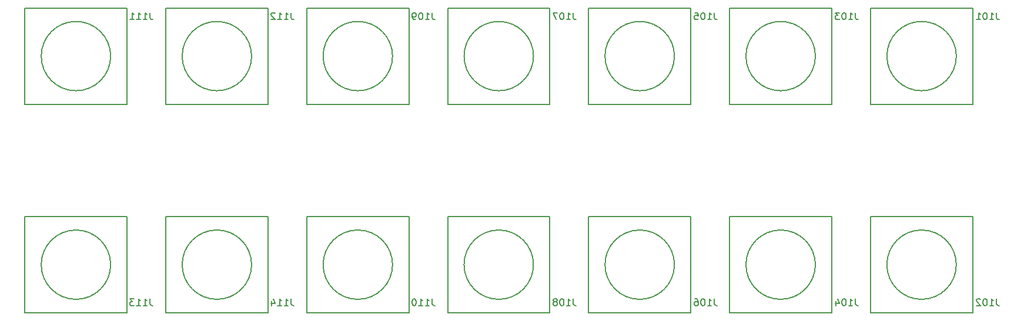
<source format=gbo>
G04 #@! TF.FileFunction,Legend,Bot*
%FSLAX46Y46*%
G04 Gerber Fmt 4.6, Leading zero omitted, Abs format (unit mm)*
G04 Created by KiCad (PCBNEW 4.0.4+e1-6308~48~ubuntu15.10.1-stable) date Fri Oct 20 15:41:00 2017*
%MOMM*%
%LPD*%
G01*
G04 APERTURE LIST*
%ADD10C,0.100000*%
%ADD11C,0.150000*%
G04 APERTURE END LIST*
D10*
D11*
X215185000Y-99695000D02*
G75*
G03X215185000Y-99695000I-5000000J0D01*
G01*
X202835000Y-92745000D02*
X202835000Y-106645000D01*
X217535000Y-106645000D02*
X202835000Y-106645000D01*
X217535000Y-92745000D02*
X217535000Y-106645000D01*
X217535000Y-92745000D02*
X202835000Y-92745000D01*
X215185000Y-129785000D02*
G75*
G03X215185000Y-129785000I-5000000J0D01*
G01*
X202835000Y-122835000D02*
X202835000Y-136735000D01*
X217535000Y-136735000D02*
X202835000Y-136735000D01*
X217535000Y-122835000D02*
X217535000Y-136735000D01*
X217535000Y-122835000D02*
X202835000Y-122835000D01*
X194885000Y-99695000D02*
G75*
G03X194885000Y-99695000I-5000000J0D01*
G01*
X182535000Y-92745000D02*
X182535000Y-106645000D01*
X197235000Y-106645000D02*
X182535000Y-106645000D01*
X197235000Y-92745000D02*
X197235000Y-106645000D01*
X197235000Y-92745000D02*
X182535000Y-92745000D01*
X194885000Y-129785000D02*
G75*
G03X194885000Y-129785000I-5000000J0D01*
G01*
X182535000Y-122835000D02*
X182535000Y-136735000D01*
X197235000Y-136735000D02*
X182535000Y-136735000D01*
X197235000Y-122835000D02*
X197235000Y-136735000D01*
X197235000Y-122835000D02*
X182535000Y-122835000D01*
X174585000Y-99695000D02*
G75*
G03X174585000Y-99695000I-5000000J0D01*
G01*
X162235000Y-92745000D02*
X162235000Y-106645000D01*
X176935000Y-106645000D02*
X162235000Y-106645000D01*
X176935000Y-92745000D02*
X176935000Y-106645000D01*
X176935000Y-92745000D02*
X162235000Y-92745000D01*
X174585000Y-129785000D02*
G75*
G03X174585000Y-129785000I-5000000J0D01*
G01*
X162235000Y-122835000D02*
X162235000Y-136735000D01*
X176935000Y-136735000D02*
X162235000Y-136735000D01*
X176935000Y-122835000D02*
X176935000Y-136735000D01*
X176935000Y-122835000D02*
X162235000Y-122835000D01*
X154285000Y-99695000D02*
G75*
G03X154285000Y-99695000I-5000000J0D01*
G01*
X141935000Y-92745000D02*
X141935000Y-106645000D01*
X156635000Y-106645000D02*
X141935000Y-106645000D01*
X156635000Y-92745000D02*
X156635000Y-106645000D01*
X156635000Y-92745000D02*
X141935000Y-92745000D01*
X154285000Y-129785000D02*
G75*
G03X154285000Y-129785000I-5000000J0D01*
G01*
X141935000Y-122835000D02*
X141935000Y-136735000D01*
X156635000Y-136735000D02*
X141935000Y-136735000D01*
X156635000Y-122835000D02*
X156635000Y-136735000D01*
X156635000Y-122835000D02*
X141935000Y-122835000D01*
X133985000Y-99695000D02*
G75*
G03X133985000Y-99695000I-5000000J0D01*
G01*
X121635000Y-92745000D02*
X121635000Y-106645000D01*
X136335000Y-106645000D02*
X121635000Y-106645000D01*
X136335000Y-92745000D02*
X136335000Y-106645000D01*
X136335000Y-92745000D02*
X121635000Y-92745000D01*
X133985000Y-129785000D02*
G75*
G03X133985000Y-129785000I-5000000J0D01*
G01*
X121635000Y-122835000D02*
X121635000Y-136735000D01*
X136335000Y-136735000D02*
X121635000Y-136735000D01*
X136335000Y-122835000D02*
X136335000Y-136735000D01*
X136335000Y-122835000D02*
X121635000Y-122835000D01*
X93385000Y-99695000D02*
G75*
G03X93385000Y-99695000I-5000000J0D01*
G01*
X81035000Y-92745000D02*
X81035000Y-106645000D01*
X95735000Y-106645000D02*
X81035000Y-106645000D01*
X95735000Y-92745000D02*
X95735000Y-106645000D01*
X95735000Y-92745000D02*
X81035000Y-92745000D01*
X113685000Y-99695000D02*
G75*
G03X113685000Y-99695000I-5000000J0D01*
G01*
X101335000Y-92745000D02*
X101335000Y-106645000D01*
X116035000Y-106645000D02*
X101335000Y-106645000D01*
X116035000Y-92745000D02*
X116035000Y-106645000D01*
X116035000Y-92745000D02*
X101335000Y-92745000D01*
X93385000Y-129785000D02*
G75*
G03X93385000Y-129785000I-5000000J0D01*
G01*
X81035000Y-122835000D02*
X81035000Y-136735000D01*
X95735000Y-136735000D02*
X81035000Y-136735000D01*
X95735000Y-122835000D02*
X95735000Y-136735000D01*
X95735000Y-122835000D02*
X81035000Y-122835000D01*
X113685000Y-129785000D02*
G75*
G03X113685000Y-129785000I-5000000J0D01*
G01*
X101335000Y-122835000D02*
X101335000Y-136735000D01*
X116035000Y-136735000D02*
X101335000Y-136735000D01*
X116035000Y-122835000D02*
X116035000Y-136735000D01*
X116035000Y-122835000D02*
X101335000Y-122835000D01*
X220995714Y-93432381D02*
X220995714Y-94146667D01*
X221043334Y-94289524D01*
X221138572Y-94384762D01*
X221281429Y-94432381D01*
X221376667Y-94432381D01*
X219995714Y-94432381D02*
X220567143Y-94432381D01*
X220281429Y-94432381D02*
X220281429Y-93432381D01*
X220376667Y-93575238D01*
X220471905Y-93670476D01*
X220567143Y-93718095D01*
X219376667Y-93432381D02*
X219281428Y-93432381D01*
X219186190Y-93480000D01*
X219138571Y-93527619D01*
X219090952Y-93622857D01*
X219043333Y-93813333D01*
X219043333Y-94051429D01*
X219090952Y-94241905D01*
X219138571Y-94337143D01*
X219186190Y-94384762D01*
X219281428Y-94432381D01*
X219376667Y-94432381D01*
X219471905Y-94384762D01*
X219519524Y-94337143D01*
X219567143Y-94241905D01*
X219614762Y-94051429D01*
X219614762Y-93813333D01*
X219567143Y-93622857D01*
X219519524Y-93527619D01*
X219471905Y-93480000D01*
X219376667Y-93432381D01*
X218090952Y-94432381D02*
X218662381Y-94432381D01*
X218376667Y-94432381D02*
X218376667Y-93432381D01*
X218471905Y-93575238D01*
X218567143Y-93670476D01*
X218662381Y-93718095D01*
X220995714Y-134707381D02*
X220995714Y-135421667D01*
X221043334Y-135564524D01*
X221138572Y-135659762D01*
X221281429Y-135707381D01*
X221376667Y-135707381D01*
X219995714Y-135707381D02*
X220567143Y-135707381D01*
X220281429Y-135707381D02*
X220281429Y-134707381D01*
X220376667Y-134850238D01*
X220471905Y-134945476D01*
X220567143Y-134993095D01*
X219376667Y-134707381D02*
X219281428Y-134707381D01*
X219186190Y-134755000D01*
X219138571Y-134802619D01*
X219090952Y-134897857D01*
X219043333Y-135088333D01*
X219043333Y-135326429D01*
X219090952Y-135516905D01*
X219138571Y-135612143D01*
X219186190Y-135659762D01*
X219281428Y-135707381D01*
X219376667Y-135707381D01*
X219471905Y-135659762D01*
X219519524Y-135612143D01*
X219567143Y-135516905D01*
X219614762Y-135326429D01*
X219614762Y-135088333D01*
X219567143Y-134897857D01*
X219519524Y-134802619D01*
X219471905Y-134755000D01*
X219376667Y-134707381D01*
X218662381Y-134802619D02*
X218614762Y-134755000D01*
X218519524Y-134707381D01*
X218281428Y-134707381D01*
X218186190Y-134755000D01*
X218138571Y-134802619D01*
X218090952Y-134897857D01*
X218090952Y-134993095D01*
X218138571Y-135135952D01*
X218710000Y-135707381D01*
X218090952Y-135707381D01*
X200675714Y-93432381D02*
X200675714Y-94146667D01*
X200723334Y-94289524D01*
X200818572Y-94384762D01*
X200961429Y-94432381D01*
X201056667Y-94432381D01*
X199675714Y-94432381D02*
X200247143Y-94432381D01*
X199961429Y-94432381D02*
X199961429Y-93432381D01*
X200056667Y-93575238D01*
X200151905Y-93670476D01*
X200247143Y-93718095D01*
X199056667Y-93432381D02*
X198961428Y-93432381D01*
X198866190Y-93480000D01*
X198818571Y-93527619D01*
X198770952Y-93622857D01*
X198723333Y-93813333D01*
X198723333Y-94051429D01*
X198770952Y-94241905D01*
X198818571Y-94337143D01*
X198866190Y-94384762D01*
X198961428Y-94432381D01*
X199056667Y-94432381D01*
X199151905Y-94384762D01*
X199199524Y-94337143D01*
X199247143Y-94241905D01*
X199294762Y-94051429D01*
X199294762Y-93813333D01*
X199247143Y-93622857D01*
X199199524Y-93527619D01*
X199151905Y-93480000D01*
X199056667Y-93432381D01*
X198390000Y-93432381D02*
X197770952Y-93432381D01*
X198104286Y-93813333D01*
X197961428Y-93813333D01*
X197866190Y-93860952D01*
X197818571Y-93908571D01*
X197770952Y-94003810D01*
X197770952Y-94241905D01*
X197818571Y-94337143D01*
X197866190Y-94384762D01*
X197961428Y-94432381D01*
X198247143Y-94432381D01*
X198342381Y-94384762D01*
X198390000Y-94337143D01*
X200675714Y-134707381D02*
X200675714Y-135421667D01*
X200723334Y-135564524D01*
X200818572Y-135659762D01*
X200961429Y-135707381D01*
X201056667Y-135707381D01*
X199675714Y-135707381D02*
X200247143Y-135707381D01*
X199961429Y-135707381D02*
X199961429Y-134707381D01*
X200056667Y-134850238D01*
X200151905Y-134945476D01*
X200247143Y-134993095D01*
X199056667Y-134707381D02*
X198961428Y-134707381D01*
X198866190Y-134755000D01*
X198818571Y-134802619D01*
X198770952Y-134897857D01*
X198723333Y-135088333D01*
X198723333Y-135326429D01*
X198770952Y-135516905D01*
X198818571Y-135612143D01*
X198866190Y-135659762D01*
X198961428Y-135707381D01*
X199056667Y-135707381D01*
X199151905Y-135659762D01*
X199199524Y-135612143D01*
X199247143Y-135516905D01*
X199294762Y-135326429D01*
X199294762Y-135088333D01*
X199247143Y-134897857D01*
X199199524Y-134802619D01*
X199151905Y-134755000D01*
X199056667Y-134707381D01*
X197866190Y-135040714D02*
X197866190Y-135707381D01*
X198104286Y-134659762D02*
X198342381Y-135374048D01*
X197723333Y-135374048D01*
X180355714Y-93432381D02*
X180355714Y-94146667D01*
X180403334Y-94289524D01*
X180498572Y-94384762D01*
X180641429Y-94432381D01*
X180736667Y-94432381D01*
X179355714Y-94432381D02*
X179927143Y-94432381D01*
X179641429Y-94432381D02*
X179641429Y-93432381D01*
X179736667Y-93575238D01*
X179831905Y-93670476D01*
X179927143Y-93718095D01*
X178736667Y-93432381D02*
X178641428Y-93432381D01*
X178546190Y-93480000D01*
X178498571Y-93527619D01*
X178450952Y-93622857D01*
X178403333Y-93813333D01*
X178403333Y-94051429D01*
X178450952Y-94241905D01*
X178498571Y-94337143D01*
X178546190Y-94384762D01*
X178641428Y-94432381D01*
X178736667Y-94432381D01*
X178831905Y-94384762D01*
X178879524Y-94337143D01*
X178927143Y-94241905D01*
X178974762Y-94051429D01*
X178974762Y-93813333D01*
X178927143Y-93622857D01*
X178879524Y-93527619D01*
X178831905Y-93480000D01*
X178736667Y-93432381D01*
X177498571Y-93432381D02*
X177974762Y-93432381D01*
X178022381Y-93908571D01*
X177974762Y-93860952D01*
X177879524Y-93813333D01*
X177641428Y-93813333D01*
X177546190Y-93860952D01*
X177498571Y-93908571D01*
X177450952Y-94003810D01*
X177450952Y-94241905D01*
X177498571Y-94337143D01*
X177546190Y-94384762D01*
X177641428Y-94432381D01*
X177879524Y-94432381D01*
X177974762Y-94384762D01*
X178022381Y-94337143D01*
X180355714Y-134707381D02*
X180355714Y-135421667D01*
X180403334Y-135564524D01*
X180498572Y-135659762D01*
X180641429Y-135707381D01*
X180736667Y-135707381D01*
X179355714Y-135707381D02*
X179927143Y-135707381D01*
X179641429Y-135707381D02*
X179641429Y-134707381D01*
X179736667Y-134850238D01*
X179831905Y-134945476D01*
X179927143Y-134993095D01*
X178736667Y-134707381D02*
X178641428Y-134707381D01*
X178546190Y-134755000D01*
X178498571Y-134802619D01*
X178450952Y-134897857D01*
X178403333Y-135088333D01*
X178403333Y-135326429D01*
X178450952Y-135516905D01*
X178498571Y-135612143D01*
X178546190Y-135659762D01*
X178641428Y-135707381D01*
X178736667Y-135707381D01*
X178831905Y-135659762D01*
X178879524Y-135612143D01*
X178927143Y-135516905D01*
X178974762Y-135326429D01*
X178974762Y-135088333D01*
X178927143Y-134897857D01*
X178879524Y-134802619D01*
X178831905Y-134755000D01*
X178736667Y-134707381D01*
X177546190Y-134707381D02*
X177736667Y-134707381D01*
X177831905Y-134755000D01*
X177879524Y-134802619D01*
X177974762Y-134945476D01*
X178022381Y-135135952D01*
X178022381Y-135516905D01*
X177974762Y-135612143D01*
X177927143Y-135659762D01*
X177831905Y-135707381D01*
X177641428Y-135707381D01*
X177546190Y-135659762D01*
X177498571Y-135612143D01*
X177450952Y-135516905D01*
X177450952Y-135278810D01*
X177498571Y-135183571D01*
X177546190Y-135135952D01*
X177641428Y-135088333D01*
X177831905Y-135088333D01*
X177927143Y-135135952D01*
X177974762Y-135183571D01*
X178022381Y-135278810D01*
X160035714Y-93432381D02*
X160035714Y-94146667D01*
X160083334Y-94289524D01*
X160178572Y-94384762D01*
X160321429Y-94432381D01*
X160416667Y-94432381D01*
X159035714Y-94432381D02*
X159607143Y-94432381D01*
X159321429Y-94432381D02*
X159321429Y-93432381D01*
X159416667Y-93575238D01*
X159511905Y-93670476D01*
X159607143Y-93718095D01*
X158416667Y-93432381D02*
X158321428Y-93432381D01*
X158226190Y-93480000D01*
X158178571Y-93527619D01*
X158130952Y-93622857D01*
X158083333Y-93813333D01*
X158083333Y-94051429D01*
X158130952Y-94241905D01*
X158178571Y-94337143D01*
X158226190Y-94384762D01*
X158321428Y-94432381D01*
X158416667Y-94432381D01*
X158511905Y-94384762D01*
X158559524Y-94337143D01*
X158607143Y-94241905D01*
X158654762Y-94051429D01*
X158654762Y-93813333D01*
X158607143Y-93622857D01*
X158559524Y-93527619D01*
X158511905Y-93480000D01*
X158416667Y-93432381D01*
X157750000Y-93432381D02*
X157083333Y-93432381D01*
X157511905Y-94432381D01*
X160035714Y-134707381D02*
X160035714Y-135421667D01*
X160083334Y-135564524D01*
X160178572Y-135659762D01*
X160321429Y-135707381D01*
X160416667Y-135707381D01*
X159035714Y-135707381D02*
X159607143Y-135707381D01*
X159321429Y-135707381D02*
X159321429Y-134707381D01*
X159416667Y-134850238D01*
X159511905Y-134945476D01*
X159607143Y-134993095D01*
X158416667Y-134707381D02*
X158321428Y-134707381D01*
X158226190Y-134755000D01*
X158178571Y-134802619D01*
X158130952Y-134897857D01*
X158083333Y-135088333D01*
X158083333Y-135326429D01*
X158130952Y-135516905D01*
X158178571Y-135612143D01*
X158226190Y-135659762D01*
X158321428Y-135707381D01*
X158416667Y-135707381D01*
X158511905Y-135659762D01*
X158559524Y-135612143D01*
X158607143Y-135516905D01*
X158654762Y-135326429D01*
X158654762Y-135088333D01*
X158607143Y-134897857D01*
X158559524Y-134802619D01*
X158511905Y-134755000D01*
X158416667Y-134707381D01*
X157511905Y-135135952D02*
X157607143Y-135088333D01*
X157654762Y-135040714D01*
X157702381Y-134945476D01*
X157702381Y-134897857D01*
X157654762Y-134802619D01*
X157607143Y-134755000D01*
X157511905Y-134707381D01*
X157321428Y-134707381D01*
X157226190Y-134755000D01*
X157178571Y-134802619D01*
X157130952Y-134897857D01*
X157130952Y-134945476D01*
X157178571Y-135040714D01*
X157226190Y-135088333D01*
X157321428Y-135135952D01*
X157511905Y-135135952D01*
X157607143Y-135183571D01*
X157654762Y-135231190D01*
X157702381Y-135326429D01*
X157702381Y-135516905D01*
X157654762Y-135612143D01*
X157607143Y-135659762D01*
X157511905Y-135707381D01*
X157321428Y-135707381D01*
X157226190Y-135659762D01*
X157178571Y-135612143D01*
X157130952Y-135516905D01*
X157130952Y-135326429D01*
X157178571Y-135231190D01*
X157226190Y-135183571D01*
X157321428Y-135135952D01*
X139715714Y-93432381D02*
X139715714Y-94146667D01*
X139763334Y-94289524D01*
X139858572Y-94384762D01*
X140001429Y-94432381D01*
X140096667Y-94432381D01*
X138715714Y-94432381D02*
X139287143Y-94432381D01*
X139001429Y-94432381D02*
X139001429Y-93432381D01*
X139096667Y-93575238D01*
X139191905Y-93670476D01*
X139287143Y-93718095D01*
X138096667Y-93432381D02*
X138001428Y-93432381D01*
X137906190Y-93480000D01*
X137858571Y-93527619D01*
X137810952Y-93622857D01*
X137763333Y-93813333D01*
X137763333Y-94051429D01*
X137810952Y-94241905D01*
X137858571Y-94337143D01*
X137906190Y-94384762D01*
X138001428Y-94432381D01*
X138096667Y-94432381D01*
X138191905Y-94384762D01*
X138239524Y-94337143D01*
X138287143Y-94241905D01*
X138334762Y-94051429D01*
X138334762Y-93813333D01*
X138287143Y-93622857D01*
X138239524Y-93527619D01*
X138191905Y-93480000D01*
X138096667Y-93432381D01*
X137287143Y-94432381D02*
X137096667Y-94432381D01*
X137001428Y-94384762D01*
X136953809Y-94337143D01*
X136858571Y-94194286D01*
X136810952Y-94003810D01*
X136810952Y-93622857D01*
X136858571Y-93527619D01*
X136906190Y-93480000D01*
X137001428Y-93432381D01*
X137191905Y-93432381D01*
X137287143Y-93480000D01*
X137334762Y-93527619D01*
X137382381Y-93622857D01*
X137382381Y-93860952D01*
X137334762Y-93956190D01*
X137287143Y-94003810D01*
X137191905Y-94051429D01*
X137001428Y-94051429D01*
X136906190Y-94003810D01*
X136858571Y-93956190D01*
X136810952Y-93860952D01*
X139715714Y-134707381D02*
X139715714Y-135421667D01*
X139763334Y-135564524D01*
X139858572Y-135659762D01*
X140001429Y-135707381D01*
X140096667Y-135707381D01*
X138715714Y-135707381D02*
X139287143Y-135707381D01*
X139001429Y-135707381D02*
X139001429Y-134707381D01*
X139096667Y-134850238D01*
X139191905Y-134945476D01*
X139287143Y-134993095D01*
X137763333Y-135707381D02*
X138334762Y-135707381D01*
X138049048Y-135707381D02*
X138049048Y-134707381D01*
X138144286Y-134850238D01*
X138239524Y-134945476D01*
X138334762Y-134993095D01*
X137144286Y-134707381D02*
X137049047Y-134707381D01*
X136953809Y-134755000D01*
X136906190Y-134802619D01*
X136858571Y-134897857D01*
X136810952Y-135088333D01*
X136810952Y-135326429D01*
X136858571Y-135516905D01*
X136906190Y-135612143D01*
X136953809Y-135659762D01*
X137049047Y-135707381D01*
X137144286Y-135707381D01*
X137239524Y-135659762D01*
X137287143Y-135612143D01*
X137334762Y-135516905D01*
X137382381Y-135326429D01*
X137382381Y-135088333D01*
X137334762Y-134897857D01*
X137287143Y-134802619D01*
X137239524Y-134755000D01*
X137144286Y-134707381D01*
X99075714Y-93432381D02*
X99075714Y-94146667D01*
X99123334Y-94289524D01*
X99218572Y-94384762D01*
X99361429Y-94432381D01*
X99456667Y-94432381D01*
X98075714Y-94432381D02*
X98647143Y-94432381D01*
X98361429Y-94432381D02*
X98361429Y-93432381D01*
X98456667Y-93575238D01*
X98551905Y-93670476D01*
X98647143Y-93718095D01*
X97123333Y-94432381D02*
X97694762Y-94432381D01*
X97409048Y-94432381D02*
X97409048Y-93432381D01*
X97504286Y-93575238D01*
X97599524Y-93670476D01*
X97694762Y-93718095D01*
X96170952Y-94432381D02*
X96742381Y-94432381D01*
X96456667Y-94432381D02*
X96456667Y-93432381D01*
X96551905Y-93575238D01*
X96647143Y-93670476D01*
X96742381Y-93718095D01*
X119395714Y-93432381D02*
X119395714Y-94146667D01*
X119443334Y-94289524D01*
X119538572Y-94384762D01*
X119681429Y-94432381D01*
X119776667Y-94432381D01*
X118395714Y-94432381D02*
X118967143Y-94432381D01*
X118681429Y-94432381D02*
X118681429Y-93432381D01*
X118776667Y-93575238D01*
X118871905Y-93670476D01*
X118967143Y-93718095D01*
X117443333Y-94432381D02*
X118014762Y-94432381D01*
X117729048Y-94432381D02*
X117729048Y-93432381D01*
X117824286Y-93575238D01*
X117919524Y-93670476D01*
X118014762Y-93718095D01*
X117062381Y-93527619D02*
X117014762Y-93480000D01*
X116919524Y-93432381D01*
X116681428Y-93432381D01*
X116586190Y-93480000D01*
X116538571Y-93527619D01*
X116490952Y-93622857D01*
X116490952Y-93718095D01*
X116538571Y-93860952D01*
X117110000Y-94432381D01*
X116490952Y-94432381D01*
X99075714Y-134707381D02*
X99075714Y-135421667D01*
X99123334Y-135564524D01*
X99218572Y-135659762D01*
X99361429Y-135707381D01*
X99456667Y-135707381D01*
X98075714Y-135707381D02*
X98647143Y-135707381D01*
X98361429Y-135707381D02*
X98361429Y-134707381D01*
X98456667Y-134850238D01*
X98551905Y-134945476D01*
X98647143Y-134993095D01*
X97123333Y-135707381D02*
X97694762Y-135707381D01*
X97409048Y-135707381D02*
X97409048Y-134707381D01*
X97504286Y-134850238D01*
X97599524Y-134945476D01*
X97694762Y-134993095D01*
X96790000Y-134707381D02*
X96170952Y-134707381D01*
X96504286Y-135088333D01*
X96361428Y-135088333D01*
X96266190Y-135135952D01*
X96218571Y-135183571D01*
X96170952Y-135278810D01*
X96170952Y-135516905D01*
X96218571Y-135612143D01*
X96266190Y-135659762D01*
X96361428Y-135707381D01*
X96647143Y-135707381D01*
X96742381Y-135659762D01*
X96790000Y-135612143D01*
X119395714Y-134707381D02*
X119395714Y-135421667D01*
X119443334Y-135564524D01*
X119538572Y-135659762D01*
X119681429Y-135707381D01*
X119776667Y-135707381D01*
X118395714Y-135707381D02*
X118967143Y-135707381D01*
X118681429Y-135707381D02*
X118681429Y-134707381D01*
X118776667Y-134850238D01*
X118871905Y-134945476D01*
X118967143Y-134993095D01*
X117443333Y-135707381D02*
X118014762Y-135707381D01*
X117729048Y-135707381D02*
X117729048Y-134707381D01*
X117824286Y-134850238D01*
X117919524Y-134945476D01*
X118014762Y-134993095D01*
X116586190Y-135040714D02*
X116586190Y-135707381D01*
X116824286Y-134659762D02*
X117062381Y-135374048D01*
X116443333Y-135374048D01*
M02*

</source>
